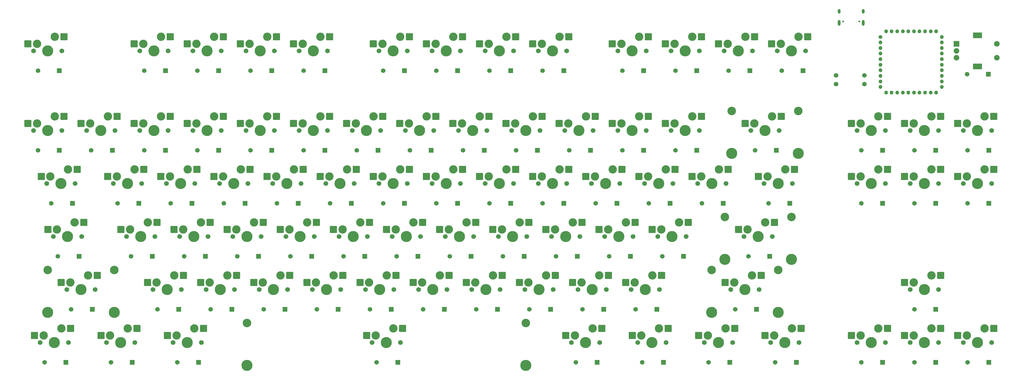
<source format=gbr>
%TF.GenerationSoftware,KiCad,Pcbnew,7.0.2-0*%
%TF.CreationDate,2024-03-15T16:03:43-04:00*%
%TF.ProjectId,75Dash_PCB,37354461-7368-45f5-9043-422e6b696361,rev?*%
%TF.SameCoordinates,Original*%
%TF.FileFunction,Soldermask,Bot*%
%TF.FilePolarity,Negative*%
%FSLAX46Y46*%
G04 Gerber Fmt 4.6, Leading zero omitted, Abs format (unit mm)*
G04 Created by KiCad (PCBNEW 7.0.2-0) date 2024-03-15 16:03:43*
%MOMM*%
%LPD*%
G01*
G04 APERTURE LIST*
G04 Aperture macros list*
%AMRoundRect*
0 Rectangle with rounded corners*
0 $1 Rounding radius*
0 $2 $3 $4 $5 $6 $7 $8 $9 X,Y pos of 4 corners*
0 Add a 4 corners polygon primitive as box body*
4,1,4,$2,$3,$4,$5,$6,$7,$8,$9,$2,$3,0*
0 Add four circle primitives for the rounded corners*
1,1,$1+$1,$2,$3*
1,1,$1+$1,$4,$5*
1,1,$1+$1,$6,$7*
1,1,$1+$1,$8,$9*
0 Add four rect primitives between the rounded corners*
20,1,$1+$1,$2,$3,$4,$5,0*
20,1,$1+$1,$4,$5,$6,$7,0*
20,1,$1+$1,$6,$7,$8,$9,0*
20,1,$1+$1,$8,$9,$2,$3,0*%
G04 Aperture macros list end*
%ADD10C,1.701800*%
%ADD11C,3.000000*%
%ADD12C,3.987800*%
%ADD13RoundRect,0.200000X-1.075000X-1.050000X1.075000X-1.050000X1.075000X1.050000X-1.075000X1.050000X0*%
%ADD14C,1.651000*%
%ADD15R,1.651000X1.651000*%
%ADD16C,3.048000*%
%ADD17C,0.650000*%
%ADD18O,1.000000X2.100000*%
%ADD19O,1.000000X1.600000*%
%ADD20C,1.350000*%
%ADD21O,1.350000X1.350000*%
%ADD22R,2.000000X2.000000*%
%ADD23C,2.000000*%
%ADD24R,3.200000X2.000000*%
G04 APERTURE END LIST*
D10*
%TO.C,MX64*%
X102108000Y-110807500D03*
D11*
X103378000Y-108267500D03*
D12*
X107188000Y-110807500D03*
D11*
X109728000Y-105727500D03*
D10*
X112268000Y-110807500D03*
D13*
X100103000Y-108267500D03*
X113030000Y-105727500D03*
%TD*%
D10*
%TO.C,MX40*%
X202120500Y-72707500D03*
D11*
X203390500Y-70167500D03*
D12*
X207200500Y-72707500D03*
D11*
X209740500Y-67627500D03*
D10*
X212280500Y-72707500D03*
D13*
X200115500Y-70167500D03*
X213042500Y-67627500D03*
%TD*%
D10*
%TO.C,MX19*%
X116395500Y-53657500D03*
D11*
X117665500Y-51117500D03*
D12*
X121475500Y-53657500D03*
D11*
X124015500Y-48577500D03*
D10*
X126555500Y-53657500D03*
D13*
X114390500Y-51117500D03*
X127317500Y-48577500D03*
%TD*%
D14*
%TO.C,D53*%
X132270500Y-98901250D03*
D15*
X139890500Y-98901250D03*
%TD*%
D14*
%TO.C,D15*%
X41783000Y-60801250D03*
D15*
X49403000Y-60801250D03*
%TD*%
D14*
%TO.C,D7*%
X165608000Y-32226250D03*
D15*
X173228000Y-32226250D03*
%TD*%
D10*
%TO.C,MX45*%
X316420500Y-72707500D03*
D11*
X317690500Y-70167500D03*
D12*
X321500500Y-72707500D03*
D11*
X324040500Y-67627500D03*
D10*
X326580500Y-72707500D03*
D13*
X314415500Y-70167500D03*
X327342500Y-67627500D03*
%TD*%
D10*
%TO.C,MX1*%
X21145500Y-25082500D03*
D11*
X22415500Y-22542500D03*
D12*
X26225500Y-25082500D03*
D11*
X28765500Y-20002500D03*
D10*
X31305500Y-25082500D03*
D13*
X19140500Y-22542500D03*
X32067500Y-20002500D03*
%TD*%
D10*
%TO.C,MX16*%
X59245500Y-53657500D03*
D11*
X60515500Y-51117500D03*
D12*
X64325500Y-53657500D03*
D11*
X66865500Y-48577500D03*
D10*
X69405500Y-53657500D03*
D13*
X57240500Y-51117500D03*
X70167500Y-48577500D03*
%TD*%
D14*
%TO.C,D42*%
X241808000Y-79851250D03*
D15*
X249428000Y-79851250D03*
%TD*%
D10*
%TO.C,MX65*%
X121158000Y-110807500D03*
D11*
X122428000Y-108267500D03*
D12*
X126238000Y-110807500D03*
D11*
X128778000Y-105727500D03*
D10*
X131318000Y-110807500D03*
D13*
X119153000Y-108267500D03*
X132080000Y-105727500D03*
%TD*%
D14*
%TO.C,D41*%
X222758000Y-79851250D03*
D15*
X230378000Y-79851250D03*
%TD*%
D14*
%TO.C,D83*%
X337058000Y-137001250D03*
D15*
X344678000Y-137001250D03*
%TD*%
D14*
%TO.C,D9*%
X203708000Y-32226250D03*
D15*
X211328000Y-32226250D03*
%TD*%
D10*
%TO.C,MX3*%
X78295500Y-25082500D03*
D11*
X79565500Y-22542500D03*
D12*
X83375500Y-25082500D03*
D11*
X85915500Y-20002500D03*
D10*
X88455500Y-25082500D03*
D13*
X76290500Y-22542500D03*
X89217500Y-20002500D03*
%TD*%
D14*
%TO.C,D62*%
X65595500Y-117951250D03*
D15*
X73215500Y-117951250D03*
%TD*%
D16*
%TO.C,MX72*%
X264318750Y-103822500D03*
D12*
X264318750Y-119062500D03*
D10*
X271176750Y-110807500D03*
D11*
X272446750Y-108267500D03*
D12*
X276256750Y-110807500D03*
D11*
X278796750Y-105727500D03*
D10*
X281336750Y-110807500D03*
D16*
X288194750Y-103822500D03*
D12*
X288194750Y-119062500D03*
D13*
X269171750Y-108267500D03*
X282098750Y-105727500D03*
%TD*%
D10*
%TO.C,MX14*%
X21145500Y-53657500D03*
D11*
X22415500Y-51117500D03*
D12*
X26225500Y-53657500D03*
D11*
X28765500Y-48577500D03*
D10*
X31305500Y-53657500D03*
D13*
X19140500Y-51117500D03*
X32067500Y-48577500D03*
%TD*%
D14*
%TO.C,D39*%
X184658000Y-79851250D03*
D15*
X192278000Y-79851250D03*
%TD*%
D10*
%TO.C,MX75*%
X47339250Y-129857500D03*
D11*
X48609250Y-127317500D03*
D12*
X52419250Y-129857500D03*
D11*
X54959250Y-124777500D03*
D10*
X57499250Y-129857500D03*
D13*
X45334250Y-127317500D03*
X58261250Y-124777500D03*
%TD*%
D10*
%TO.C,MX36*%
X125920500Y-72707500D03*
D11*
X127190500Y-70167500D03*
D12*
X131000500Y-72707500D03*
D11*
X133540500Y-67627500D03*
D10*
X136080500Y-72707500D03*
D13*
X123915500Y-70167500D03*
X136842500Y-67627500D03*
%TD*%
D10*
%TO.C,MX4*%
X97345500Y-25082500D03*
D11*
X98615500Y-22542500D03*
D12*
X102425500Y-25082500D03*
D11*
X104965500Y-20002500D03*
D10*
X107505500Y-25082500D03*
D13*
X95340500Y-22542500D03*
X108267500Y-20002500D03*
%TD*%
D14*
%TO.C,D54*%
X151320500Y-98901250D03*
D15*
X158940500Y-98901250D03*
%TD*%
D14*
%TO.C,D19*%
X117983000Y-60801250D03*
D15*
X125603000Y-60801250D03*
%TD*%
D14*
%TO.C,D4*%
X98933000Y-32226250D03*
D15*
X106553000Y-32226250D03*
%TD*%
D14*
%TO.C,D6*%
X146558000Y-32226250D03*
D15*
X154178000Y-32226250D03*
%TD*%
D14*
%TO.C,D75*%
X48926750Y-137001250D03*
D15*
X56546750Y-137001250D03*
%TD*%
D14*
%TO.C,R1*%
X308900000Y-33900000D03*
X319060000Y-33900000D03*
%TD*%
D10*
%TO.C,MX58*%
X225933000Y-91757500D03*
D11*
X227203000Y-89217500D03*
D12*
X231013000Y-91757500D03*
D11*
X233553000Y-86677500D03*
D10*
X236093000Y-91757500D03*
D13*
X223928000Y-89217500D03*
X236855000Y-86677500D03*
%TD*%
D10*
%TO.C,MX42*%
X240220500Y-72707500D03*
D11*
X241490500Y-70167500D03*
D12*
X245300500Y-72707500D03*
D11*
X247840500Y-67627500D03*
D10*
X250380500Y-72707500D03*
D13*
X238215500Y-70167500D03*
X251142500Y-67627500D03*
%TD*%
D10*
%TO.C,MX50*%
X73533000Y-91757500D03*
D11*
X74803000Y-89217500D03*
D12*
X78613000Y-91757500D03*
D11*
X81153000Y-86677500D03*
D10*
X83693000Y-91757500D03*
D13*
X71528000Y-89217500D03*
X84455000Y-86677500D03*
%TD*%
D10*
%TO.C,MX47*%
X354520500Y-72707500D03*
D11*
X355790500Y-70167500D03*
D12*
X359600500Y-72707500D03*
D11*
X362140500Y-67627500D03*
D10*
X364680500Y-72707500D03*
D13*
X352515500Y-70167500D03*
X365442500Y-67627500D03*
%TD*%
D14*
%TO.C,D81*%
X287051750Y-137001250D03*
D15*
X294671750Y-137001250D03*
%TD*%
D10*
%TO.C,MX68*%
X178308000Y-110807500D03*
D11*
X179578000Y-108267500D03*
D12*
X183388000Y-110807500D03*
D11*
X185928000Y-105727500D03*
D10*
X188468000Y-110807500D03*
D13*
X176303000Y-108267500D03*
X189230000Y-105727500D03*
%TD*%
D10*
%TO.C,MX79*%
X237839250Y-129857500D03*
D11*
X239109250Y-127317500D03*
D12*
X242919250Y-129857500D03*
D11*
X245459250Y-124777500D03*
D10*
X247999250Y-129857500D03*
D13*
X235834250Y-127317500D03*
X248761250Y-124777500D03*
%TD*%
D14*
%TO.C,D52*%
X113220500Y-98901250D03*
D15*
X120840500Y-98901250D03*
%TD*%
D14*
%TO.C,D30*%
X356108000Y-60801250D03*
D15*
X363728000Y-60801250D03*
%TD*%
D10*
%TO.C,MX28*%
X316420500Y-53657500D03*
D11*
X317690500Y-51117500D03*
D12*
X321500500Y-53657500D03*
D11*
X324040500Y-48577500D03*
D10*
X326580500Y-53657500D03*
D13*
X314415500Y-51117500D03*
X327342500Y-48577500D03*
%TD*%
D14*
%TO.C,D25*%
X232283000Y-60801250D03*
D15*
X239903000Y-60801250D03*
%TD*%
D14*
%TO.C,D63*%
X84645500Y-117951250D03*
D15*
X92265500Y-117951250D03*
%TD*%
D10*
%TO.C,MX71*%
X235458000Y-110807500D03*
D11*
X236728000Y-108267500D03*
D12*
X240538000Y-110807500D03*
D11*
X243078000Y-105727500D03*
D10*
X245618000Y-110807500D03*
D13*
X233453000Y-108267500D03*
X246380000Y-105727500D03*
%TD*%
D14*
%TO.C,D82*%
X318008000Y-137001250D03*
D15*
X325628000Y-137001250D03*
%TD*%
D10*
%TO.C,MX81*%
X285464250Y-129857500D03*
D11*
X286734250Y-127317500D03*
D12*
X290544250Y-129857500D03*
D11*
X293084250Y-124777500D03*
D10*
X295624250Y-129857500D03*
D13*
X283459250Y-127317500D03*
X296386250Y-124777500D03*
%TD*%
D10*
%TO.C,MX35*%
X106870500Y-72707500D03*
D11*
X108140500Y-70167500D03*
D12*
X111950500Y-72707500D03*
D11*
X114490500Y-67627500D03*
D10*
X117030500Y-72707500D03*
D13*
X104865500Y-70167500D03*
X117792500Y-67627500D03*
%TD*%
D14*
%TO.C,D66*%
X141795500Y-117951250D03*
D15*
X149415500Y-117951250D03*
%TD*%
D10*
%TO.C,MX59*%
X244983000Y-91757500D03*
D11*
X246253000Y-89217500D03*
D12*
X250063000Y-91757500D03*
D11*
X252603000Y-86677500D03*
D10*
X255143000Y-91757500D03*
D13*
X242978000Y-89217500D03*
X255905000Y-86677500D03*
%TD*%
D14*
%TO.C,D35*%
X108458000Y-79851250D03*
D15*
X116078000Y-79851250D03*
%TD*%
D10*
%TO.C,MX15*%
X40195500Y-53657500D03*
D11*
X41465500Y-51117500D03*
D12*
X45275500Y-53657500D03*
D11*
X47815500Y-48577500D03*
D10*
X50355500Y-53657500D03*
D13*
X38190500Y-51117500D03*
X51117500Y-48577500D03*
%TD*%
D14*
%TO.C,D12*%
X270383000Y-32226250D03*
D15*
X278003000Y-32226250D03*
%TD*%
D10*
%TO.C,MX6*%
X144970500Y-25082500D03*
D11*
X146240500Y-22542500D03*
D12*
X150050500Y-25082500D03*
D11*
X152590500Y-20002500D03*
D10*
X155130500Y-25082500D03*
D13*
X142965500Y-22542500D03*
X155892500Y-20002500D03*
%TD*%
D14*
%TO.C,D1*%
X22733000Y-32226250D03*
D15*
X30353000Y-32226250D03*
%TD*%
D14*
%TO.C,D50*%
X75120500Y-98901250D03*
D15*
X82740500Y-98901250D03*
%TD*%
D14*
%TO.C,D32*%
X51308000Y-79851250D03*
D15*
X58928000Y-79851250D03*
%TD*%
D10*
%TO.C,MX33*%
X68770500Y-72707500D03*
D11*
X70040500Y-70167500D03*
D12*
X73850500Y-72707500D03*
D11*
X76390500Y-67627500D03*
D10*
X78930500Y-72707500D03*
D13*
X66765500Y-70167500D03*
X79692500Y-67627500D03*
%TD*%
D10*
%TO.C,MX39*%
X183070500Y-72707500D03*
D11*
X184340500Y-70167500D03*
D12*
X188150500Y-72707500D03*
D11*
X190690500Y-67627500D03*
D10*
X193230500Y-72707500D03*
D13*
X181065500Y-70167500D03*
X193992500Y-67627500D03*
%TD*%
D14*
%TO.C,D5*%
X117983000Y-32226250D03*
D15*
X125603000Y-32226250D03*
%TD*%
D14*
%TO.C,D70*%
X217995500Y-117951250D03*
D15*
X225615500Y-117951250D03*
%TD*%
D14*
%TO.C,D76*%
X72739250Y-137001250D03*
D15*
X80359250Y-137001250D03*
%TD*%
D16*
%TO.C,MX77*%
X97669250Y-122872500D03*
D12*
X97669250Y-138112500D03*
D10*
X142589250Y-129857500D03*
D11*
X143859250Y-127317500D03*
D12*
X147669250Y-129857500D03*
D11*
X150209250Y-124777500D03*
D10*
X152749250Y-129857500D03*
D16*
X197669250Y-122872500D03*
D12*
X197669250Y-138112500D03*
D13*
X140584250Y-127317500D03*
X153511250Y-124777500D03*
%TD*%
D10*
%TO.C,MX69*%
X197358000Y-110807500D03*
D11*
X198628000Y-108267500D03*
D12*
X202438000Y-110807500D03*
D11*
X204978000Y-105727500D03*
D10*
X207518000Y-110807500D03*
D13*
X195353000Y-108267500D03*
X208280000Y-105727500D03*
%TD*%
D10*
%TO.C,MX13*%
X287845500Y-25082500D03*
D11*
X289115500Y-22542500D03*
D12*
X292925500Y-25082500D03*
D11*
X295465500Y-20002500D03*
D10*
X298005500Y-25082500D03*
D13*
X285840500Y-22542500D03*
X298767500Y-20002500D03*
%TD*%
D14*
%TO.C,D74*%
X25114250Y-137001250D03*
D15*
X32734250Y-137001250D03*
%TD*%
D10*
%TO.C,MX56*%
X187833000Y-91757500D03*
D11*
X189103000Y-89217500D03*
D12*
X192913000Y-91757500D03*
D11*
X195453000Y-86677500D03*
D10*
X197993000Y-91757500D03*
D13*
X185828000Y-89217500D03*
X198755000Y-86677500D03*
%TD*%
D14*
%TO.C,D21*%
X156083000Y-60801250D03*
D15*
X163703000Y-60801250D03*
%TD*%
D10*
%TO.C,MX82*%
X316420500Y-129857500D03*
D11*
X317690500Y-127317500D03*
D12*
X321500500Y-129857500D03*
D11*
X324040500Y-124777500D03*
D10*
X326580500Y-129857500D03*
D13*
X314415500Y-127317500D03*
X327342500Y-124777500D03*
%TD*%
D14*
%TO.C,D59*%
X246570500Y-98901250D03*
D15*
X254190500Y-98901250D03*
%TD*%
D14*
%TO.C,D2*%
X60833000Y-32226250D03*
D15*
X68453000Y-32226250D03*
%TD*%
D10*
%TO.C,MX9*%
X202120500Y-25082500D03*
D11*
X203390500Y-22542500D03*
D12*
X207200500Y-25082500D03*
D11*
X209740500Y-20002500D03*
D10*
X212280500Y-25082500D03*
D13*
X200115500Y-22542500D03*
X213042500Y-20002500D03*
%TD*%
D14*
%TO.C,D78*%
X215614250Y-137001250D03*
D15*
X223234250Y-137001250D03*
%TD*%
D14*
%TO.C,D14*%
X22733000Y-60801250D03*
D15*
X30353000Y-60801250D03*
%TD*%
D10*
%TO.C,MX66*%
X140208000Y-110807500D03*
D11*
X141478000Y-108267500D03*
D12*
X145288000Y-110807500D03*
D11*
X147828000Y-105727500D03*
D10*
X150368000Y-110807500D03*
D13*
X138203000Y-108267500D03*
X151130000Y-105727500D03*
%TD*%
D10*
%TO.C,MX38*%
X164020500Y-72707500D03*
D11*
X165290500Y-70167500D03*
D12*
X169100500Y-72707500D03*
D11*
X171640500Y-67627500D03*
D10*
X174180500Y-72707500D03*
D13*
X162015500Y-70167500D03*
X174942500Y-67627500D03*
%TD*%
D14*
%TO.C,D10*%
X232283000Y-32226250D03*
D15*
X239903000Y-32226250D03*
%TD*%
D14*
%TO.C,D46*%
X337058000Y-79851250D03*
D15*
X344678000Y-79851250D03*
%TD*%
D14*
%TO.C,D57*%
X208470500Y-98901250D03*
D15*
X216090500Y-98901250D03*
%TD*%
D10*
%TO.C,MX57*%
X206883000Y-91757500D03*
D11*
X208153000Y-89217500D03*
D12*
X211963000Y-91757500D03*
D11*
X214503000Y-86677500D03*
D10*
X217043000Y-91757500D03*
D13*
X204878000Y-89217500D03*
X217805000Y-86677500D03*
%TD*%
D10*
%TO.C,MX55*%
X168783000Y-91757500D03*
D11*
X170053000Y-89217500D03*
D12*
X173863000Y-91757500D03*
D11*
X176403000Y-86677500D03*
D10*
X178943000Y-91757500D03*
D13*
X166778000Y-89217500D03*
X179705000Y-86677500D03*
%TD*%
D10*
%TO.C,MX5*%
X116395500Y-25082500D03*
D11*
X117665500Y-22542500D03*
D12*
X121475500Y-25082500D03*
D11*
X124015500Y-20002500D03*
D10*
X126555500Y-25082500D03*
D13*
X114390500Y-22542500D03*
X127317500Y-20002500D03*
%TD*%
D10*
%TO.C,MX76*%
X71151750Y-129857500D03*
D11*
X72421750Y-127317500D03*
D12*
X76231750Y-129857500D03*
D11*
X78771750Y-124777500D03*
D10*
X81311750Y-129857500D03*
D13*
X69146750Y-127317500D03*
X82073750Y-124777500D03*
%TD*%
D14*
%TO.C,D27*%
X279908000Y-60801250D03*
D15*
X287528000Y-60801250D03*
%TD*%
D10*
%TO.C,MX54*%
X149733000Y-91757500D03*
D11*
X151003000Y-89217500D03*
D12*
X154813000Y-91757500D03*
D11*
X157353000Y-86677500D03*
D10*
X159893000Y-91757500D03*
D13*
X147728000Y-89217500D03*
X160655000Y-86677500D03*
%TD*%
D16*
%TO.C,MX60*%
X269081250Y-84772500D03*
D12*
X269081250Y-100012500D03*
D10*
X275939250Y-91757500D03*
D11*
X277209250Y-89217500D03*
D12*
X281019250Y-91757500D03*
D11*
X283559250Y-86677500D03*
D10*
X286099250Y-91757500D03*
D16*
X292957250Y-84772500D03*
D12*
X292957250Y-100012500D03*
D13*
X273934250Y-89217500D03*
X286861250Y-86677500D03*
%TD*%
D10*
%TO.C,MX52*%
X111633000Y-91757500D03*
D11*
X112903000Y-89217500D03*
D12*
X116713000Y-91757500D03*
D11*
X119253000Y-86677500D03*
D10*
X121793000Y-91757500D03*
D13*
X109628000Y-89217500D03*
X122555000Y-86677500D03*
%TD*%
D10*
%TO.C,MX30*%
X354520500Y-53657500D03*
D11*
X355790500Y-51117500D03*
D12*
X359600500Y-53657500D03*
D11*
X362140500Y-48577500D03*
D10*
X364680500Y-53657500D03*
D13*
X352515500Y-51117500D03*
X365442500Y-48577500D03*
%TD*%
D16*
%TO.C,MX27*%
X271462500Y-46672500D03*
D12*
X271462500Y-61912500D03*
D10*
X278320500Y-53657500D03*
D11*
X279590500Y-51117500D03*
D12*
X283400500Y-53657500D03*
D11*
X285940500Y-48577500D03*
D10*
X288480500Y-53657500D03*
D16*
X295338500Y-46672500D03*
D12*
X295338500Y-61912500D03*
D13*
X276315500Y-51117500D03*
X289242500Y-48577500D03*
%TD*%
D10*
%TO.C,MX32*%
X49720500Y-72707500D03*
D11*
X50990500Y-70167500D03*
D12*
X54800500Y-72707500D03*
D11*
X57340500Y-67627500D03*
D10*
X59880500Y-72707500D03*
D13*
X47715500Y-70167500D03*
X60642500Y-67627500D03*
%TD*%
D14*
%TO.C,D18*%
X98933000Y-60801250D03*
D15*
X106553000Y-60801250D03*
%TD*%
D14*
%TO.C,D16*%
X60833000Y-60801250D03*
D15*
X68453000Y-60801250D03*
%TD*%
D14*
%TO.C,D36*%
X127508000Y-79851250D03*
D15*
X135128000Y-79851250D03*
%TD*%
D14*
%TO.C,D61*%
X34639250Y-117951250D03*
D15*
X42259250Y-117951250D03*
%TD*%
D14*
%TO.C,D73*%
X337058000Y-117951250D03*
D15*
X344678000Y-117951250D03*
%TD*%
D10*
%TO.C,MX7*%
X164020500Y-25082500D03*
D11*
X165290500Y-22542500D03*
D12*
X169100500Y-25082500D03*
D11*
X171640500Y-20002500D03*
D10*
X174180500Y-25082500D03*
D13*
X162015500Y-22542500D03*
X174942500Y-20002500D03*
%TD*%
D14*
%TO.C,D23*%
X194183000Y-60801250D03*
D15*
X201803000Y-60801250D03*
%TD*%
D14*
%TO.C,D3*%
X79883000Y-32226250D03*
D15*
X87503000Y-32226250D03*
%TD*%
D10*
%TO.C,MX46*%
X335470500Y-72707500D03*
D11*
X336740500Y-70167500D03*
D12*
X340550500Y-72707500D03*
D11*
X343090500Y-67627500D03*
D10*
X345630500Y-72707500D03*
D13*
X333465500Y-70167500D03*
X346392500Y-67627500D03*
%TD*%
D14*
%TO.C,D45*%
X318008000Y-79851250D03*
D15*
X325628000Y-79851250D03*
%TD*%
D14*
%TO.C,D64*%
X103695500Y-117951250D03*
D15*
X111315500Y-117951250D03*
%TD*%
D10*
%TO.C,MX11*%
X249745500Y-25082500D03*
D11*
X251015500Y-22542500D03*
D12*
X254825500Y-25082500D03*
D11*
X257365500Y-20002500D03*
D10*
X259905500Y-25082500D03*
D13*
X247740500Y-22542500D03*
X260667500Y-20002500D03*
%TD*%
D14*
%TO.C,D26*%
X251333000Y-60801250D03*
D15*
X258953000Y-60801250D03*
%TD*%
D10*
%TO.C,MX78*%
X214026750Y-129857500D03*
D11*
X215296750Y-127317500D03*
D12*
X219106750Y-129857500D03*
D11*
X221646750Y-124777500D03*
D10*
X224186750Y-129857500D03*
D13*
X212021750Y-127317500D03*
X224948750Y-124777500D03*
%TD*%
D14*
%TO.C,D11*%
X251333000Y-32226250D03*
D15*
X258953000Y-32226250D03*
%TD*%
D14*
%TO.C,D71*%
X237045500Y-117951250D03*
D15*
X244665500Y-117951250D03*
%TD*%
D14*
%TO.C,D79*%
X239426750Y-137001250D03*
D15*
X247046750Y-137001250D03*
%TD*%
D14*
%TO.C,D56*%
X189420500Y-98901250D03*
D15*
X197040500Y-98901250D03*
%TD*%
D14*
%TO.C,R2*%
X308920000Y-37050000D03*
X319080000Y-37050000D03*
%TD*%
%TO.C,D28*%
X318008000Y-60801250D03*
D15*
X325628000Y-60801250D03*
%TD*%
D10*
%TO.C,MX53*%
X130683000Y-91757500D03*
D11*
X131953000Y-89217500D03*
D12*
X135763000Y-91757500D03*
D11*
X138303000Y-86677500D03*
D10*
X140843000Y-91757500D03*
D13*
X128678000Y-89217500D03*
X141605000Y-86677500D03*
%TD*%
D10*
%TO.C,MX63*%
X83058000Y-110807500D03*
D11*
X84328000Y-108267500D03*
D12*
X88138000Y-110807500D03*
D11*
X90678000Y-105727500D03*
D10*
X93218000Y-110807500D03*
D13*
X81053000Y-108267500D03*
X93980000Y-105727500D03*
%TD*%
D10*
%TO.C,MX67*%
X159258000Y-110807500D03*
D11*
X160528000Y-108267500D03*
D12*
X164338000Y-110807500D03*
D11*
X166878000Y-105727500D03*
D10*
X169418000Y-110807500D03*
D13*
X157253000Y-108267500D03*
X170180000Y-105727500D03*
%TD*%
D14*
%TO.C,D20*%
X137033000Y-60801250D03*
D15*
X144653000Y-60801250D03*
%TD*%
D16*
%TO.C,MX61*%
X26193750Y-103822500D03*
D12*
X26193750Y-119062500D03*
D10*
X33051750Y-110807500D03*
D11*
X34321750Y-108267500D03*
D12*
X38131750Y-110807500D03*
D11*
X40671750Y-105727500D03*
D10*
X43211750Y-110807500D03*
D16*
X50069750Y-103822500D03*
D12*
X50069750Y-119062500D03*
D13*
X31046750Y-108267500D03*
X43973750Y-105727500D03*
%TD*%
D14*
%TO.C,D60*%
X277526750Y-98901250D03*
D15*
X285146750Y-98901250D03*
%TD*%
D10*
%TO.C,MX2*%
X59245500Y-25082500D03*
D11*
X60515500Y-22542500D03*
D12*
X64325500Y-25082500D03*
D11*
X66865500Y-20002500D03*
D10*
X69405500Y-25082500D03*
D13*
X57240500Y-22542500D03*
X70167500Y-20002500D03*
%TD*%
D17*
%TO.C,J1*%
X317215000Y-14506250D03*
X311435000Y-14506250D03*
D18*
X318645000Y-15036250D03*
D19*
X318645000Y-10856250D03*
D18*
X310005000Y-15036250D03*
D19*
X310005000Y-10856250D03*
%TD*%
D10*
%TO.C,MX51*%
X92583000Y-91757500D03*
D11*
X93853000Y-89217500D03*
D12*
X97663000Y-91757500D03*
D11*
X100203000Y-86677500D03*
D10*
X102743000Y-91757500D03*
D13*
X90578000Y-89217500D03*
X103505000Y-86677500D03*
%TD*%
D10*
%TO.C,MX29*%
X335470500Y-53657500D03*
D11*
X336740500Y-51117500D03*
D12*
X340550500Y-53657500D03*
D11*
X343090500Y-48577500D03*
D10*
X345630500Y-53657500D03*
D13*
X333465500Y-51117500D03*
X346392500Y-48577500D03*
%TD*%
D14*
%TO.C,D13*%
X289433000Y-32226250D03*
D15*
X297053000Y-32226250D03*
%TD*%
D14*
%TO.C,D77*%
X144176750Y-137001250D03*
D15*
X151796750Y-137001250D03*
%TD*%
D14*
%TO.C,D34*%
X89408000Y-79851250D03*
D15*
X97028000Y-79851250D03*
%TD*%
D10*
%TO.C,MX83*%
X335470500Y-129857500D03*
D11*
X336740500Y-127317500D03*
D12*
X340550500Y-129857500D03*
D11*
X343090500Y-124777500D03*
D10*
X345630500Y-129857500D03*
D13*
X333465500Y-127317500D03*
X346392500Y-124777500D03*
%TD*%
D14*
%TO.C,D47*%
X356108000Y-79851250D03*
D15*
X363728000Y-79851250D03*
%TD*%
D14*
%TO.C,D58*%
X227520500Y-98901250D03*
D15*
X235140500Y-98901250D03*
%TD*%
D14*
%TO.C,D29*%
X337058000Y-60801250D03*
D15*
X344678000Y-60801250D03*
%TD*%
D10*
%TO.C,MX34*%
X87820500Y-72707500D03*
D11*
X89090500Y-70167500D03*
D12*
X92900500Y-72707500D03*
D11*
X95440500Y-67627500D03*
D10*
X97980500Y-72707500D03*
D13*
X85815500Y-70167500D03*
X98742500Y-67627500D03*
%TD*%
D14*
%TO.C,D55*%
X170370500Y-98901250D03*
D15*
X177990500Y-98901250D03*
%TD*%
D14*
%TO.C,D22*%
X175133000Y-60801250D03*
D15*
X182753000Y-60801250D03*
%TD*%
D14*
%TO.C,D49*%
X56070500Y-98901250D03*
D15*
X63690500Y-98901250D03*
%TD*%
D10*
%TO.C,MX20*%
X135445500Y-53657500D03*
D11*
X136715500Y-51117500D03*
D12*
X140525500Y-53657500D03*
D11*
X143065500Y-48577500D03*
D10*
X145605500Y-53657500D03*
D13*
X133440500Y-51117500D03*
X146367500Y-48577500D03*
%TD*%
D14*
%TO.C,D86*%
X355890000Y-33500000D03*
D15*
X363510000Y-33500000D03*
%TD*%
D10*
%TO.C,MX25*%
X230695500Y-53657500D03*
D11*
X231965500Y-51117500D03*
D12*
X235775500Y-53657500D03*
D11*
X238315500Y-48577500D03*
D10*
X240855500Y-53657500D03*
D13*
X228690500Y-51117500D03*
X241617500Y-48577500D03*
%TD*%
D20*
%TO.C,U1*%
X324850000Y-20050000D03*
D21*
X324850000Y-22050000D03*
X324850000Y-24050000D03*
X324850000Y-26050000D03*
X324850000Y-28050000D03*
X324850000Y-30050000D03*
X324850000Y-32050000D03*
X324850000Y-34050000D03*
X324850000Y-36050000D03*
X324850000Y-38050000D03*
X326850000Y-40050000D03*
X328850000Y-40050000D03*
X330850000Y-40050000D03*
X332850000Y-40050000D03*
X334850000Y-40050000D03*
X336850000Y-40050000D03*
X338850000Y-40050000D03*
X340850000Y-40050000D03*
X342850000Y-40050000D03*
X344850000Y-40050000D03*
X346850000Y-38050000D03*
X346850000Y-36050000D03*
X346850000Y-34050000D03*
X346850000Y-32050000D03*
X346850000Y-30050000D03*
X346850000Y-28050000D03*
X346850000Y-26050000D03*
X346850000Y-24050000D03*
X346850000Y-22050000D03*
X346850000Y-20050000D03*
X344850000Y-18050000D03*
X342850000Y-18050000D03*
X340850000Y-18050000D03*
X338850000Y-18050000D03*
X336850000Y-18050000D03*
X334850000Y-18050000D03*
X332850000Y-18050000D03*
X330850000Y-18050000D03*
X328850000Y-18050000D03*
X326850000Y-18050000D03*
%TD*%
D10*
%TO.C,MX10*%
X230695500Y-25082500D03*
D11*
X231965500Y-22542500D03*
D12*
X235775500Y-25082500D03*
D11*
X238315500Y-20002500D03*
D10*
X240855500Y-25082500D03*
D13*
X228690500Y-22542500D03*
X241617500Y-20002500D03*
%TD*%
D10*
%TO.C,MX48*%
X28289250Y-91757500D03*
D11*
X29559250Y-89217500D03*
D12*
X33369250Y-91757500D03*
D11*
X35909250Y-86677500D03*
D10*
X38449250Y-91757500D03*
D13*
X26284250Y-89217500D03*
X39211250Y-86677500D03*
%TD*%
D14*
%TO.C,D51*%
X94170500Y-98901250D03*
D15*
X101790500Y-98901250D03*
%TD*%
D10*
%TO.C,MX70*%
X216408000Y-110807500D03*
D11*
X217678000Y-108267500D03*
D12*
X221488000Y-110807500D03*
D11*
X224028000Y-105727500D03*
D10*
X226568000Y-110807500D03*
D13*
X214403000Y-108267500D03*
X227330000Y-105727500D03*
%TD*%
D14*
%TO.C,D43*%
X260858000Y-79851250D03*
D15*
X268478000Y-79851250D03*
%TD*%
D14*
%TO.C,D80*%
X263239250Y-137001250D03*
D15*
X270859250Y-137001250D03*
%TD*%
D10*
%TO.C,MX43*%
X259270500Y-72707500D03*
D11*
X260540500Y-70167500D03*
D12*
X264350500Y-72707500D03*
D11*
X266890500Y-67627500D03*
D10*
X269430500Y-72707500D03*
D13*
X257265500Y-70167500D03*
X270192500Y-67627500D03*
%TD*%
D10*
%TO.C,MX8*%
X183070500Y-25082500D03*
D11*
X184340500Y-22542500D03*
D12*
X188150500Y-25082500D03*
D11*
X190690500Y-20002500D03*
D10*
X193230500Y-25082500D03*
D13*
X181065500Y-22542500D03*
X193992500Y-20002500D03*
%TD*%
D14*
%TO.C,D44*%
X284670500Y-79851250D03*
D15*
X292290500Y-79851250D03*
%TD*%
D10*
%TO.C,MX12*%
X268795500Y-25082500D03*
D11*
X270065500Y-22542500D03*
D12*
X273875500Y-25082500D03*
D11*
X276415500Y-20002500D03*
D10*
X278955500Y-25082500D03*
D13*
X266790500Y-22542500D03*
X279717500Y-20002500D03*
%TD*%
D10*
%TO.C,MX84*%
X354520500Y-129857500D03*
D11*
X355790500Y-127317500D03*
D12*
X359600500Y-129857500D03*
D11*
X362140500Y-124777500D03*
D10*
X364680500Y-129857500D03*
D13*
X352515500Y-127317500D03*
X365442500Y-124777500D03*
%TD*%
D10*
%TO.C,MX62*%
X64008000Y-110807500D03*
D11*
X65278000Y-108267500D03*
D12*
X69088000Y-110807500D03*
D11*
X71628000Y-105727500D03*
D10*
X74168000Y-110807500D03*
D13*
X62003000Y-108267500D03*
X74930000Y-105727500D03*
%TD*%
D14*
%TO.C,D31*%
X27495500Y-79851250D03*
D15*
X35115500Y-79851250D03*
%TD*%
D10*
%TO.C,MX18*%
X97345500Y-53657500D03*
D11*
X98615500Y-51117500D03*
D12*
X102425500Y-53657500D03*
D11*
X104965500Y-48577500D03*
D10*
X107505500Y-53657500D03*
D13*
X95340500Y-51117500D03*
X108267500Y-48577500D03*
%TD*%
D10*
%TO.C,MX80*%
X261651750Y-129857500D03*
D11*
X262921750Y-127317500D03*
D12*
X266731750Y-129857500D03*
D11*
X269271750Y-124777500D03*
D10*
X271811750Y-129857500D03*
D13*
X259646750Y-127317500D03*
X272573750Y-124777500D03*
%TD*%
D10*
%TO.C,MX73*%
X335470500Y-110807500D03*
D11*
X336740500Y-108267500D03*
D12*
X340550500Y-110807500D03*
D11*
X343090500Y-105727500D03*
D10*
X345630500Y-110807500D03*
D13*
X333465500Y-108267500D03*
X346392500Y-105727500D03*
%TD*%
D14*
%TO.C,D48*%
X29876750Y-98901250D03*
D15*
X37496750Y-98901250D03*
%TD*%
D10*
%TO.C,MX21*%
X154495500Y-53657500D03*
D11*
X155765500Y-51117500D03*
D12*
X159575500Y-53657500D03*
D11*
X162115500Y-48577500D03*
D10*
X164655500Y-53657500D03*
D13*
X152490500Y-51117500D03*
X165417500Y-48577500D03*
%TD*%
D14*
%TO.C,D68*%
X179895500Y-117951250D03*
D15*
X187515500Y-117951250D03*
%TD*%
D14*
%TO.C,D17*%
X79883000Y-60801250D03*
D15*
X87503000Y-60801250D03*
%TD*%
D14*
%TO.C,D40*%
X203708000Y-79851250D03*
D15*
X211328000Y-79851250D03*
%TD*%
D10*
%TO.C,MX41*%
X221170500Y-72707500D03*
D11*
X222440500Y-70167500D03*
D12*
X226250500Y-72707500D03*
D11*
X228790500Y-67627500D03*
D10*
X231330500Y-72707500D03*
D13*
X219165500Y-70167500D03*
X232092500Y-67627500D03*
%TD*%
D22*
%TO.C,SW2*%
X352100000Y-22550000D03*
D23*
X352100000Y-27550000D03*
X352100000Y-25050000D03*
D24*
X359600000Y-19450000D03*
X359600000Y-30650000D03*
D23*
X366600000Y-27550000D03*
X366600000Y-22550000D03*
%TD*%
D10*
%TO.C,MX24*%
X211645500Y-53657500D03*
D11*
X212915500Y-51117500D03*
D12*
X216725500Y-53657500D03*
D11*
X219265500Y-48577500D03*
D10*
X221805500Y-53657500D03*
D13*
X209640500Y-51117500D03*
X222567500Y-48577500D03*
%TD*%
D10*
%TO.C,MX37*%
X144970500Y-72707500D03*
D11*
X146240500Y-70167500D03*
D12*
X150050500Y-72707500D03*
D11*
X152590500Y-67627500D03*
D10*
X155130500Y-72707500D03*
D13*
X142965500Y-70167500D03*
X155892500Y-67627500D03*
%TD*%
D14*
%TO.C,D84*%
X356108000Y-137001250D03*
D15*
X363728000Y-137001250D03*
%TD*%
D14*
%TO.C,D37*%
X146558000Y-79851250D03*
D15*
X154178000Y-79851250D03*
%TD*%
D14*
%TO.C,D38*%
X165608000Y-79851250D03*
D15*
X173228000Y-79851250D03*
%TD*%
D10*
%TO.C,MX44*%
X283083000Y-72707500D03*
D11*
X284353000Y-70167500D03*
D12*
X288163000Y-72707500D03*
D11*
X290703000Y-67627500D03*
D10*
X293243000Y-72707500D03*
D13*
X281078000Y-70167500D03*
X294005000Y-67627500D03*
%TD*%
D14*
%TO.C,D24*%
X213233000Y-60801250D03*
D15*
X220853000Y-60801250D03*
%TD*%
D14*
%TO.C,D8*%
X184658000Y-32226250D03*
D15*
X192278000Y-32226250D03*
%TD*%
D14*
%TO.C,D67*%
X160845500Y-117951250D03*
D15*
X168465500Y-117951250D03*
%TD*%
D10*
%TO.C,MX26*%
X249745500Y-53657500D03*
D11*
X251015500Y-51117500D03*
D12*
X254825500Y-53657500D03*
D11*
X257365500Y-48577500D03*
D10*
X259905500Y-53657500D03*
D13*
X247740500Y-51117500D03*
X260667500Y-48577500D03*
%TD*%
D10*
%TO.C,MX22*%
X173545500Y-53657500D03*
D11*
X174815500Y-51117500D03*
D12*
X178625500Y-53657500D03*
D11*
X181165500Y-48577500D03*
D10*
X183705500Y-53657500D03*
D13*
X171540500Y-51117500D03*
X184467500Y-48577500D03*
%TD*%
D10*
%TO.C,MX74*%
X23526750Y-129857500D03*
D11*
X24796750Y-127317500D03*
D12*
X28606750Y-129857500D03*
D11*
X31146750Y-124777500D03*
D10*
X33686750Y-129857500D03*
D13*
X21521750Y-127317500D03*
X34448750Y-124777500D03*
%TD*%
D10*
%TO.C,MX23*%
X192595500Y-53657500D03*
D11*
X193865500Y-51117500D03*
D12*
X197675500Y-53657500D03*
D11*
X200215500Y-48577500D03*
D10*
X202755500Y-53657500D03*
D13*
X190590500Y-51117500D03*
X203517500Y-48577500D03*
%TD*%
D14*
%TO.C,D69*%
X198945500Y-117951250D03*
D15*
X206565500Y-117951250D03*
%TD*%
D10*
%TO.C,MX31*%
X25908000Y-72707500D03*
D11*
X27178000Y-70167500D03*
D12*
X30988000Y-72707500D03*
D11*
X33528000Y-67627500D03*
D10*
X36068000Y-72707500D03*
D13*
X23903000Y-70167500D03*
X36830000Y-67627500D03*
%TD*%
D14*
%TO.C,D72*%
X272764250Y-117951250D03*
D15*
X280384250Y-117951250D03*
%TD*%
D10*
%TO.C,MX17*%
X78295500Y-53657500D03*
D11*
X79565500Y-51117500D03*
D12*
X83375500Y-53657500D03*
D11*
X85915500Y-48577500D03*
D10*
X88455500Y-53657500D03*
D13*
X76290500Y-51117500D03*
X89217500Y-48577500D03*
%TD*%
D14*
%TO.C,D33*%
X70358000Y-79851250D03*
D15*
X77978000Y-79851250D03*
%TD*%
D10*
%TO.C,MX49*%
X54483000Y-91757500D03*
D11*
X55753000Y-89217500D03*
D12*
X59563000Y-91757500D03*
D11*
X62103000Y-86677500D03*
D10*
X64643000Y-91757500D03*
D13*
X52478000Y-89217500D03*
X65405000Y-86677500D03*
%TD*%
D14*
%TO.C,D65*%
X122745500Y-117951250D03*
D15*
X130365500Y-117951250D03*
%TD*%
M02*

</source>
